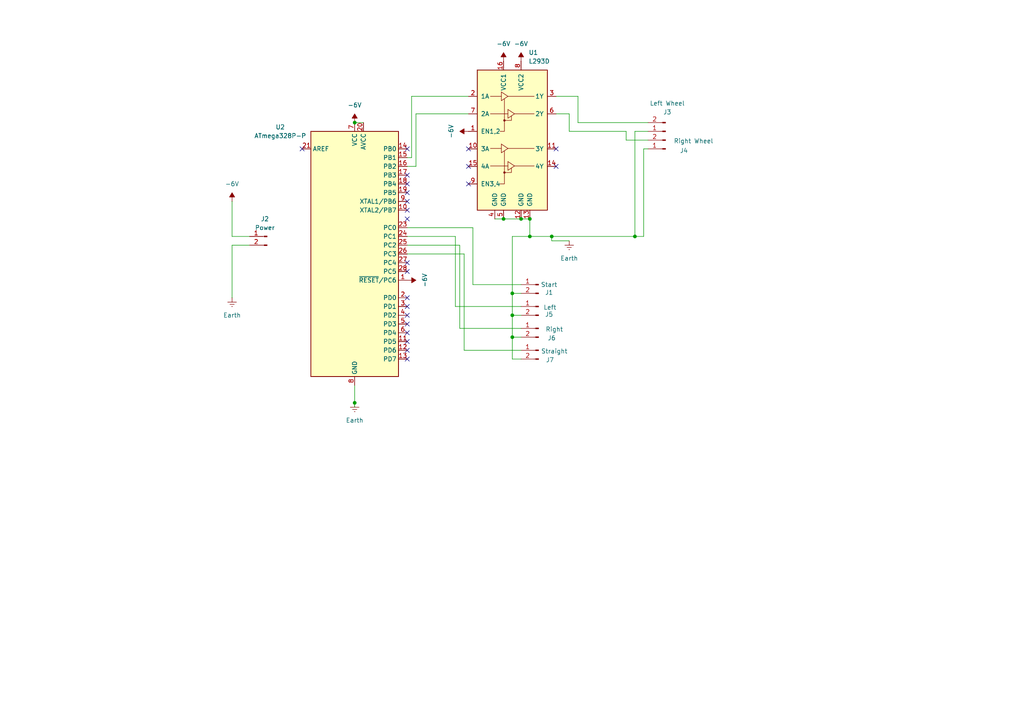
<source format=kicad_sch>
(kicad_sch
	(version 20231120)
	(generator "eeschema")
	(generator_version "8.0")
	(uuid "63151891-7c37-4bf1-bef2-b1c9d32228a4")
	(paper "A4")
	(lib_symbols
		(symbol "Connector:Conn_01x02_Pin"
			(pin_names
				(offset 1.016) hide)
			(exclude_from_sim no)
			(in_bom yes)
			(on_board yes)
			(property "Reference" "J"
				(at 0 2.54 0)
				(effects
					(font
						(size 1.27 1.27)
					)
				)
			)
			(property "Value" "Conn_01x02_Pin"
				(at 0 -5.08 0)
				(effects
					(font
						(size 1.27 1.27)
					)
				)
			)
			(property "Footprint" ""
				(at 0 0 0)
				(effects
					(font
						(size 1.27 1.27)
					)
					(hide yes)
				)
			)
			(property "Datasheet" "~"
				(at 0 0 0)
				(effects
					(font
						(size 1.27 1.27)
					)
					(hide yes)
				)
			)
			(property "Description" "Generic connector, single row, 01x02, script generated"
				(at 0 0 0)
				(effects
					(font
						(size 1.27 1.27)
					)
					(hide yes)
				)
			)
			(property "ki_locked" ""
				(at 0 0 0)
				(effects
					(font
						(size 1.27 1.27)
					)
				)
			)
			(property "ki_keywords" "connector"
				(at 0 0 0)
				(effects
					(font
						(size 1.27 1.27)
					)
					(hide yes)
				)
			)
			(property "ki_fp_filters" "Connector*:*_1x??_*"
				(at 0 0 0)
				(effects
					(font
						(size 1.27 1.27)
					)
					(hide yes)
				)
			)
			(symbol "Conn_01x02_Pin_1_1"
				(polyline
					(pts
						(xy 1.27 -2.54) (xy 0.8636 -2.54)
					)
					(stroke
						(width 0.1524)
						(type default)
					)
					(fill
						(type none)
					)
				)
				(polyline
					(pts
						(xy 1.27 0) (xy 0.8636 0)
					)
					(stroke
						(width 0.1524)
						(type default)
					)
					(fill
						(type none)
					)
				)
				(rectangle
					(start 0.8636 -2.413)
					(end 0 -2.667)
					(stroke
						(width 0.1524)
						(type default)
					)
					(fill
						(type outline)
					)
				)
				(rectangle
					(start 0.8636 0.127)
					(end 0 -0.127)
					(stroke
						(width 0.1524)
						(type default)
					)
					(fill
						(type outline)
					)
				)
				(pin passive line
					(at 5.08 0 180)
					(length 3.81)
					(name "Pin_1"
						(effects
							(font
								(size 1.27 1.27)
							)
						)
					)
					(number "1"
						(effects
							(font
								(size 1.27 1.27)
							)
						)
					)
				)
				(pin passive line
					(at 5.08 -2.54 180)
					(length 3.81)
					(name "Pin_2"
						(effects
							(font
								(size 1.27 1.27)
							)
						)
					)
					(number "2"
						(effects
							(font
								(size 1.27 1.27)
							)
						)
					)
				)
			)
		)
		(symbol "Driver_Motor:L293D"
			(pin_names
				(offset 1.016)
			)
			(exclude_from_sim no)
			(in_bom yes)
			(on_board yes)
			(property "Reference" "U"
				(at -5.08 26.035 0)
				(effects
					(font
						(size 1.27 1.27)
					)
					(justify right)
				)
			)
			(property "Value" "L293D"
				(at -5.08 24.13 0)
				(effects
					(font
						(size 1.27 1.27)
					)
					(justify right)
				)
			)
			(property "Footprint" "Package_DIP:DIP-16_W7.62mm"
				(at 6.35 -19.05 0)
				(effects
					(font
						(size 1.27 1.27)
					)
					(justify left)
					(hide yes)
				)
			)
			(property "Datasheet" "http://www.ti.com/lit/ds/symlink/l293.pdf"
				(at -7.62 17.78 0)
				(effects
					(font
						(size 1.27 1.27)
					)
					(hide yes)
				)
			)
			(property "Description" "Quadruple Half-H Drivers"
				(at 0 0 0)
				(effects
					(font
						(size 1.27 1.27)
					)
					(hide yes)
				)
			)
			(property "ki_keywords" "Half-H Driver Motor"
				(at 0 0 0)
				(effects
					(font
						(size 1.27 1.27)
					)
					(hide yes)
				)
			)
			(property "ki_fp_filters" "DIP*W7.62mm*"
				(at 0 0 0)
				(effects
					(font
						(size 1.27 1.27)
					)
					(hide yes)
				)
			)
			(symbol "L293D_0_1"
				(rectangle
					(start -10.16 22.86)
					(end 10.16 -17.78)
					(stroke
						(width 0.254)
						(type default)
					)
					(fill
						(type background)
					)
				)
				(circle
					(center -2.286 -6.858)
					(radius 0.254)
					(stroke
						(width 0)
						(type default)
					)
					(fill
						(type outline)
					)
				)
				(circle
					(center -2.286 8.255)
					(radius 0.254)
					(stroke
						(width 0)
						(type default)
					)
					(fill
						(type outline)
					)
				)
				(polyline
					(pts
						(xy -6.35 -4.953) (xy -1.27 -4.953)
					)
					(stroke
						(width 0)
						(type default)
					)
					(fill
						(type none)
					)
				)
				(polyline
					(pts
						(xy -6.35 0.127) (xy -3.175 0.127)
					)
					(stroke
						(width 0)
						(type default)
					)
					(fill
						(type none)
					)
				)
				(polyline
					(pts
						(xy -6.35 10.16) (xy -1.27 10.16)
					)
					(stroke
						(width 0)
						(type default)
					)
					(fill
						(type none)
					)
				)
				(polyline
					(pts
						(xy -6.35 15.24) (xy -3.175 15.24)
					)
					(stroke
						(width 0)
						(type default)
					)
					(fill
						(type none)
					)
				)
				(polyline
					(pts
						(xy -1.27 0.127) (xy 6.35 0.127)
					)
					(stroke
						(width 0)
						(type default)
					)
					(fill
						(type none)
					)
				)
				(polyline
					(pts
						(xy -1.27 15.24) (xy 6.35 15.24)
					)
					(stroke
						(width 0)
						(type default)
					)
					(fill
						(type none)
					)
				)
				(polyline
					(pts
						(xy 0.635 -4.953) (xy 6.35 -4.953)
					)
					(stroke
						(width 0)
						(type default)
					)
					(fill
						(type none)
					)
				)
				(polyline
					(pts
						(xy 0.635 10.16) (xy 6.35 10.16)
					)
					(stroke
						(width 0)
						(type default)
					)
					(fill
						(type none)
					)
				)
				(polyline
					(pts
						(xy -2.286 -6.858) (xy -0.254 -6.858) (xy -0.254 -5.588)
					)
					(stroke
						(width 0)
						(type default)
					)
					(fill
						(type none)
					)
				)
				(polyline
					(pts
						(xy -2.286 -0.635) (xy -2.286 -10.16) (xy -3.556 -10.16)
					)
					(stroke
						(width 0)
						(type default)
					)
					(fill
						(type none)
					)
				)
				(polyline
					(pts
						(xy -2.286 8.255) (xy -0.254 8.255) (xy -0.254 9.525)
					)
					(stroke
						(width 0)
						(type default)
					)
					(fill
						(type none)
					)
				)
				(polyline
					(pts
						(xy -2.286 14.478) (xy -2.286 5.08) (xy -3.556 5.08)
					)
					(stroke
						(width 0)
						(type default)
					)
					(fill
						(type none)
					)
				)
				(polyline
					(pts
						(xy -3.175 1.397) (xy -3.175 -1.143) (xy -1.27 0.127) (xy -3.175 1.397)
					)
					(stroke
						(width 0)
						(type default)
					)
					(fill
						(type none)
					)
				)
				(polyline
					(pts
						(xy -3.175 16.51) (xy -3.175 13.97) (xy -1.27 15.24) (xy -3.175 16.51)
					)
					(stroke
						(width 0)
						(type default)
					)
					(fill
						(type none)
					)
				)
				(polyline
					(pts
						(xy -1.27 -3.683) (xy -1.27 -6.223) (xy 0.635 -4.953) (xy -1.27 -3.683)
					)
					(stroke
						(width 0)
						(type default)
					)
					(fill
						(type none)
					)
				)
				(polyline
					(pts
						(xy -1.27 11.43) (xy -1.27 8.89) (xy 0.635 10.16) (xy -1.27 11.43)
					)
					(stroke
						(width 0)
						(type default)
					)
					(fill
						(type none)
					)
				)
			)
			(symbol "L293D_1_1"
				(pin input line
					(at -12.7 5.08 0)
					(length 2.54)
					(name "EN1,2"
						(effects
							(font
								(size 1.27 1.27)
							)
						)
					)
					(number "1"
						(effects
							(font
								(size 1.27 1.27)
							)
						)
					)
				)
				(pin input line
					(at -12.7 0 0)
					(length 2.54)
					(name "3A"
						(effects
							(font
								(size 1.27 1.27)
							)
						)
					)
					(number "10"
						(effects
							(font
								(size 1.27 1.27)
							)
						)
					)
				)
				(pin output line
					(at 12.7 0 180)
					(length 2.54)
					(name "3Y"
						(effects
							(font
								(size 1.27 1.27)
							)
						)
					)
					(number "11"
						(effects
							(font
								(size 1.27 1.27)
							)
						)
					)
				)
				(pin power_in line
					(at 2.54 -20.32 90)
					(length 2.54)
					(name "GND"
						(effects
							(font
								(size 1.27 1.27)
							)
						)
					)
					(number "12"
						(effects
							(font
								(size 1.27 1.27)
							)
						)
					)
				)
				(pin power_in line
					(at 5.08 -20.32 90)
					(length 2.54)
					(name "GND"
						(effects
							(font
								(size 1.27 1.27)
							)
						)
					)
					(number "13"
						(effects
							(font
								(size 1.27 1.27)
							)
						)
					)
				)
				(pin output line
					(at 12.7 -5.08 180)
					(length 2.54)
					(name "4Y"
						(effects
							(font
								(size 1.27 1.27)
							)
						)
					)
					(number "14"
						(effects
							(font
								(size 1.27 1.27)
							)
						)
					)
				)
				(pin input line
					(at -12.7 -5.08 0)
					(length 2.54)
					(name "4A"
						(effects
							(font
								(size 1.27 1.27)
							)
						)
					)
					(number "15"
						(effects
							(font
								(size 1.27 1.27)
							)
						)
					)
				)
				(pin power_in line
					(at -2.54 25.4 270)
					(length 2.54)
					(name "VCC1"
						(effects
							(font
								(size 1.27 1.27)
							)
						)
					)
					(number "16"
						(effects
							(font
								(size 1.27 1.27)
							)
						)
					)
				)
				(pin input line
					(at -12.7 15.24 0)
					(length 2.54)
					(name "1A"
						(effects
							(font
								(size 1.27 1.27)
							)
						)
					)
					(number "2"
						(effects
							(font
								(size 1.27 1.27)
							)
						)
					)
				)
				(pin output line
					(at 12.7 15.24 180)
					(length 2.54)
					(name "1Y"
						(effects
							(font
								(size 1.27 1.27)
							)
						)
					)
					(number "3"
						(effects
							(font
								(size 1.27 1.27)
							)
						)
					)
				)
				(pin power_in line
					(at -5.08 -20.32 90)
					(length 2.54)
					(name "GND"
						(effects
							(font
								(size 1.27 1.27)
							)
						)
					)
					(number "4"
						(effects
							(font
								(size 1.27 1.27)
							)
						)
					)
				)
				(pin power_in line
					(at -2.54 -20.32 90)
					(length 2.54)
					(name "GND"
						(effects
							(font
								(size 1.27 1.27)
							)
						)
					)
					(number "5"
						(effects
							(font
								(size 1.27 1.27)
							)
						)
					)
				)
				(pin output line
					(at 12.7 10.16 180)
					(length 2.54)
					(name "2Y"
						(effects
							(font
								(size 1.27 1.27)
							)
						)
					)
					(number "6"
						(effects
							(font
								(size 1.27 1.27)
							)
						)
					)
				)
				(pin input line
					(at -12.7 10.16 0)
					(length 2.54)
					(name "2A"
						(effects
							(font
								(size 1.27 1.27)
							)
						)
					)
					(number "7"
						(effects
							(font
								(size 1.27 1.27)
							)
						)
					)
				)
				(pin power_in line
					(at 2.54 25.4 270)
					(length 2.54)
					(name "VCC2"
						(effects
							(font
								(size 1.27 1.27)
							)
						)
					)
					(number "8"
						(effects
							(font
								(size 1.27 1.27)
							)
						)
					)
				)
				(pin input line
					(at -12.7 -10.16 0)
					(length 2.54)
					(name "EN3,4"
						(effects
							(font
								(size 1.27 1.27)
							)
						)
					)
					(number "9"
						(effects
							(font
								(size 1.27 1.27)
							)
						)
					)
				)
			)
		)
		(symbol "MCU_Microchip_ATmega:ATmega328P-P"
			(exclude_from_sim no)
			(in_bom yes)
			(on_board yes)
			(property "Reference" "U"
				(at -12.7 36.83 0)
				(effects
					(font
						(size 1.27 1.27)
					)
					(justify left bottom)
				)
			)
			(property "Value" "ATmega328P-P"
				(at 2.54 -36.83 0)
				(effects
					(font
						(size 1.27 1.27)
					)
					(justify left top)
				)
			)
			(property "Footprint" "Package_DIP:DIP-28_W7.62mm"
				(at 0 0 0)
				(effects
					(font
						(size 1.27 1.27)
						(italic yes)
					)
					(hide yes)
				)
			)
			(property "Datasheet" "http://ww1.microchip.com/downloads/en/DeviceDoc/ATmega328_P%20AVR%20MCU%20with%20picoPower%20Technology%20Data%20Sheet%2040001984A.pdf"
				(at 0 0 0)
				(effects
					(font
						(size 1.27 1.27)
					)
					(hide yes)
				)
			)
			(property "Description" "20MHz, 32kB Flash, 2kB SRAM, 1kB EEPROM, DIP-28"
				(at 0 0 0)
				(effects
					(font
						(size 1.27 1.27)
					)
					(hide yes)
				)
			)
			(property "ki_keywords" "AVR 8bit Microcontroller MegaAVR PicoPower"
				(at 0 0 0)
				(effects
					(font
						(size 1.27 1.27)
					)
					(hide yes)
				)
			)
			(property "ki_fp_filters" "DIP*W7.62mm*"
				(at 0 0 0)
				(effects
					(font
						(size 1.27 1.27)
					)
					(hide yes)
				)
			)
			(symbol "ATmega328P-P_0_1"
				(rectangle
					(start -12.7 -35.56)
					(end 12.7 35.56)
					(stroke
						(width 0.254)
						(type default)
					)
					(fill
						(type background)
					)
				)
			)
			(symbol "ATmega328P-P_1_1"
				(pin bidirectional line
					(at 15.24 -7.62 180)
					(length 2.54)
					(name "~{RESET}/PC6"
						(effects
							(font
								(size 1.27 1.27)
							)
						)
					)
					(number "1"
						(effects
							(font
								(size 1.27 1.27)
							)
						)
					)
				)
				(pin bidirectional line
					(at 15.24 12.7 180)
					(length 2.54)
					(name "XTAL2/PB7"
						(effects
							(font
								(size 1.27 1.27)
							)
						)
					)
					(number "10"
						(effects
							(font
								(size 1.27 1.27)
							)
						)
					)
				)
				(pin bidirectional line
					(at 15.24 -25.4 180)
					(length 2.54)
					(name "PD5"
						(effects
							(font
								(size 1.27 1.27)
							)
						)
					)
					(number "11"
						(effects
							(font
								(size 1.27 1.27)
							)
						)
					)
				)
				(pin bidirectional line
					(at 15.24 -27.94 180)
					(length 2.54)
					(name "PD6"
						(effects
							(font
								(size 1.27 1.27)
							)
						)
					)
					(number "12"
						(effects
							(font
								(size 1.27 1.27)
							)
						)
					)
				)
				(pin bidirectional line
					(at 15.24 -30.48 180)
					(length 2.54)
					(name "PD7"
						(effects
							(font
								(size 1.27 1.27)
							)
						)
					)
					(number "13"
						(effects
							(font
								(size 1.27 1.27)
							)
						)
					)
				)
				(pin bidirectional line
					(at 15.24 30.48 180)
					(length 2.54)
					(name "PB0"
						(effects
							(font
								(size 1.27 1.27)
							)
						)
					)
					(number "14"
						(effects
							(font
								(size 1.27 1.27)
							)
						)
					)
				)
				(pin bidirectional line
					(at 15.24 27.94 180)
					(length 2.54)
					(name "PB1"
						(effects
							(font
								(size 1.27 1.27)
							)
						)
					)
					(number "15"
						(effects
							(font
								(size 1.27 1.27)
							)
						)
					)
				)
				(pin bidirectional line
					(at 15.24 25.4 180)
					(length 2.54)
					(name "PB2"
						(effects
							(font
								(size 1.27 1.27)
							)
						)
					)
					(number "16"
						(effects
							(font
								(size 1.27 1.27)
							)
						)
					)
				)
				(pin bidirectional line
					(at 15.24 22.86 180)
					(length 2.54)
					(name "PB3"
						(effects
							(font
								(size 1.27 1.27)
							)
						)
					)
					(number "17"
						(effects
							(font
								(size 1.27 1.27)
							)
						)
					)
				)
				(pin bidirectional line
					(at 15.24 20.32 180)
					(length 2.54)
					(name "PB4"
						(effects
							(font
								(size 1.27 1.27)
							)
						)
					)
					(number "18"
						(effects
							(font
								(size 1.27 1.27)
							)
						)
					)
				)
				(pin bidirectional line
					(at 15.24 17.78 180)
					(length 2.54)
					(name "PB5"
						(effects
							(font
								(size 1.27 1.27)
							)
						)
					)
					(number "19"
						(effects
							(font
								(size 1.27 1.27)
							)
						)
					)
				)
				(pin bidirectional line
					(at 15.24 -12.7 180)
					(length 2.54)
					(name "PD0"
						(effects
							(font
								(size 1.27 1.27)
							)
						)
					)
					(number "2"
						(effects
							(font
								(size 1.27 1.27)
							)
						)
					)
				)
				(pin power_in line
					(at 2.54 38.1 270)
					(length 2.54)
					(name "AVCC"
						(effects
							(font
								(size 1.27 1.27)
							)
						)
					)
					(number "20"
						(effects
							(font
								(size 1.27 1.27)
							)
						)
					)
				)
				(pin passive line
					(at -15.24 30.48 0)
					(length 2.54)
					(name "AREF"
						(effects
							(font
								(size 1.27 1.27)
							)
						)
					)
					(number "21"
						(effects
							(font
								(size 1.27 1.27)
							)
						)
					)
				)
				(pin passive line
					(at 0 -38.1 90)
					(length 2.54) hide
					(name "GND"
						(effects
							(font
								(size 1.27 1.27)
							)
						)
					)
					(number "22"
						(effects
							(font
								(size 1.27 1.27)
							)
						)
					)
				)
				(pin bidirectional line
					(at 15.24 7.62 180)
					(length 2.54)
					(name "PC0"
						(effects
							(font
								(size 1.27 1.27)
							)
						)
					)
					(number "23"
						(effects
							(font
								(size 1.27 1.27)
							)
						)
					)
				)
				(pin bidirectional line
					(at 15.24 5.08 180)
					(length 2.54)
					(name "PC1"
						(effects
							(font
								(size 1.27 1.27)
							)
						)
					)
					(number "24"
						(effects
							(font
								(size 1.27 1.27)
							)
						)
					)
				)
				(pin bidirectional line
					(at 15.24 2.54 180)
					(length 2.54)
					(name "PC2"
						(effects
							(font
								(size 1.27 1.27)
							)
						)
					)
					(number "25"
						(effects
							(font
								(size 1.27 1.27)
							)
						)
					)
				)
				(pin bidirectional line
					(at 15.24 0 180)
					(length 2.54)
					(name "PC3"
						(effects
							(font
								(size 1.27 1.27)
							)
						)
					)
					(number "26"
						(effects
							(font
								(size 1.27 1.27)
							)
						)
					)
				)
				(pin bidirectional line
					(at 15.24 -2.54 180)
					(length 2.54)
					(name "PC4"
						(effects
							(font
								(size 1.27 1.27)
							)
						)
					)
					(number "27"
						(effects
							(font
								(size 1.27 1.27)
							)
						)
					)
				)
				(pin bidirectional line
					(at 15.24 -5.08 180)
					(length 2.54)
					(name "PC5"
						(effects
							(font
								(size 1.27 1.27)
							)
						)
					)
					(number "28"
						(effects
							(font
								(size 1.27 1.27)
							)
						)
					)
				)
				(pin bidirectional line
					(at 15.24 -15.24 180)
					(length 2.54)
					(name "PD1"
						(effects
							(font
								(size 1.27 1.27)
							)
						)
					)
					(number "3"
						(effects
							(font
								(size 1.27 1.27)
							)
						)
					)
				)
				(pin bidirectional line
					(at 15.24 -17.78 180)
					(length 2.54)
					(name "PD2"
						(effects
							(font
								(size 1.27 1.27)
							)
						)
					)
					(number "4"
						(effects
							(font
								(size 1.27 1.27)
							)
						)
					)
				)
				(pin bidirectional line
					(at 15.24 -20.32 180)
					(length 2.54)
					(name "PD3"
						(effects
							(font
								(size 1.27 1.27)
							)
						)
					)
					(number "5"
						(effects
							(font
								(size 1.27 1.27)
							)
						)
					)
				)
				(pin bidirectional line
					(at 15.24 -22.86 180)
					(length 2.54)
					(name "PD4"
						(effects
							(font
								(size 1.27 1.27)
							)
						)
					)
					(number "6"
						(effects
							(font
								(size 1.27 1.27)
							)
						)
					)
				)
				(pin power_in line
					(at 0 38.1 270)
					(length 2.54)
					(name "VCC"
						(effects
							(font
								(size 1.27 1.27)
							)
						)
					)
					(number "7"
						(effects
							(font
								(size 1.27 1.27)
							)
						)
					)
				)
				(pin power_in line
					(at 0 -38.1 90)
					(length 2.54)
					(name "GND"
						(effects
							(font
								(size 1.27 1.27)
							)
						)
					)
					(number "8"
						(effects
							(font
								(size 1.27 1.27)
							)
						)
					)
				)
				(pin bidirectional line
					(at 15.24 15.24 180)
					(length 2.54)
					(name "XTAL1/PB6"
						(effects
							(font
								(size 1.27 1.27)
							)
						)
					)
					(number "9"
						(effects
							(font
								(size 1.27 1.27)
							)
						)
					)
				)
			)
		)
		(symbol "power:-6V"
			(power)
			(pin_numbers hide)
			(pin_names
				(offset 0) hide)
			(exclude_from_sim no)
			(in_bom yes)
			(on_board yes)
			(property "Reference" "#PWR"
				(at 0 -3.81 0)
				(effects
					(font
						(size 1.27 1.27)
					)
					(hide yes)
				)
			)
			(property "Value" "-6V"
				(at 0 3.556 0)
				(effects
					(font
						(size 1.27 1.27)
					)
				)
			)
			(property "Footprint" ""
				(at 0 0 0)
				(effects
					(font
						(size 1.27 1.27)
					)
					(hide yes)
				)
			)
			(property "Datasheet" ""
				(at 0 0 0)
				(effects
					(font
						(size 1.27 1.27)
					)
					(hide yes)
				)
			)
			(property "Description" "Power symbol creates a global label with name \"-6V\""
				(at 0 0 0)
				(effects
					(font
						(size 1.27 1.27)
					)
					(hide yes)
				)
			)
			(property "ki_keywords" "global power"
				(at 0 0 0)
				(effects
					(font
						(size 1.27 1.27)
					)
					(hide yes)
				)
			)
			(symbol "-6V_0_0"
				(pin power_in line
					(at 0 0 90)
					(length 0)
					(name "~"
						(effects
							(font
								(size 1.27 1.27)
							)
						)
					)
					(number "1"
						(effects
							(font
								(size 1.27 1.27)
							)
						)
					)
				)
			)
			(symbol "-6V_0_1"
				(polyline
					(pts
						(xy 0 0) (xy 0 1.27) (xy 0.762 1.27) (xy 0 2.54) (xy -0.762 1.27) (xy 0 1.27)
					)
					(stroke
						(width 0)
						(type default)
					)
					(fill
						(type outline)
					)
				)
			)
		)
		(symbol "power:Earth"
			(power)
			(pin_numbers hide)
			(pin_names
				(offset 0) hide)
			(exclude_from_sim no)
			(in_bom yes)
			(on_board yes)
			(property "Reference" "#PWR"
				(at 0 -6.35 0)
				(effects
					(font
						(size 1.27 1.27)
					)
					(hide yes)
				)
			)
			(property "Value" "Earth"
				(at 0 -3.81 0)
				(effects
					(font
						(size 1.27 1.27)
					)
				)
			)
			(property "Footprint" ""
				(at 0 0 0)
				(effects
					(font
						(size 1.27 1.27)
					)
					(hide yes)
				)
			)
			(property "Datasheet" "~"
				(at 0 0 0)
				(effects
					(font
						(size 1.27 1.27)
					)
					(hide yes)
				)
			)
			(property "Description" "Power symbol creates a global label with name \"Earth\""
				(at 0 0 0)
				(effects
					(font
						(size 1.27 1.27)
					)
					(hide yes)
				)
			)
			(property "ki_keywords" "global ground gnd"
				(at 0 0 0)
				(effects
					(font
						(size 1.27 1.27)
					)
					(hide yes)
				)
			)
			(symbol "Earth_0_1"
				(polyline
					(pts
						(xy -0.635 -1.905) (xy 0.635 -1.905)
					)
					(stroke
						(width 0)
						(type default)
					)
					(fill
						(type none)
					)
				)
				(polyline
					(pts
						(xy -0.127 -2.54) (xy 0.127 -2.54)
					)
					(stroke
						(width 0)
						(type default)
					)
					(fill
						(type none)
					)
				)
				(polyline
					(pts
						(xy 0 -1.27) (xy 0 0)
					)
					(stroke
						(width 0)
						(type default)
					)
					(fill
						(type none)
					)
				)
				(polyline
					(pts
						(xy 1.27 -1.27) (xy -1.27 -1.27)
					)
					(stroke
						(width 0)
						(type default)
					)
					(fill
						(type none)
					)
				)
			)
			(symbol "Earth_1_1"
				(pin power_in line
					(at 0 0 270)
					(length 0)
					(name "~"
						(effects
							(font
								(size 1.27 1.27)
							)
						)
					)
					(number "1"
						(effects
							(font
								(size 1.27 1.27)
							)
						)
					)
				)
			)
		)
	)
	(junction
		(at 148.59 97.79)
		(diameter 0)
		(color 0 0 0 0)
		(uuid "161e635d-8195-4c92-bf01-933fd10e70f0")
	)
	(junction
		(at 148.59 91.44)
		(diameter 0)
		(color 0 0 0 0)
		(uuid "247c8912-89b6-432d-aa7a-6197e58aa9b7")
	)
	(junction
		(at 184.15 68.58)
		(diameter 0)
		(color 0 0 0 0)
		(uuid "28e5a25a-c222-4a89-8f84-b3fed430206a")
	)
	(junction
		(at 153.67 63.5)
		(diameter 0)
		(color 0 0 0 0)
		(uuid "3ac4302f-7bf2-40ce-a07a-f780ec351d7d")
	)
	(junction
		(at 160.02 68.58)
		(diameter 0)
		(color 0 0 0 0)
		(uuid "49ed95a8-ac99-446d-92a2-ff27a6756de0")
	)
	(junction
		(at 148.59 85.09)
		(diameter 0)
		(color 0 0 0 0)
		(uuid "702f10ce-b0d0-4247-baf2-bae7d51e7da6")
	)
	(junction
		(at 102.87 35.56)
		(diameter 0)
		(color 0 0 0 0)
		(uuid "8aa84598-b358-4210-9bc0-58fd955a68d0")
	)
	(junction
		(at 146.05 63.5)
		(diameter 0)
		(color 0 0 0 0)
		(uuid "90cce903-151a-492e-83b8-dedc5033f688")
	)
	(junction
		(at 102.87 116.84)
		(diameter 0)
		(color 0 0 0 0)
		(uuid "abe0242e-d41c-4bf1-83fb-afac14d4845c")
	)
	(junction
		(at 151.13 63.5)
		(diameter 0)
		(color 0 0 0 0)
		(uuid "ae9cd894-6322-4388-aeb8-101abc4d2980")
	)
	(junction
		(at 153.67 68.58)
		(diameter 0)
		(color 0 0 0 0)
		(uuid "d541050b-6eea-4cdc-ad0e-201594038a8e")
	)
	(no_connect
		(at 118.11 96.52)
		(uuid "06e4b4ce-e96e-4a6b-b0bf-e28d35c25355")
	)
	(no_connect
		(at 87.63 43.18)
		(uuid "090c14dc-cea4-4c83-9c5d-457b512a7414")
	)
	(no_connect
		(at 118.11 91.44)
		(uuid "18a093ea-fe5a-4a7c-8960-b0c62ea8b668")
	)
	(no_connect
		(at 135.89 53.34)
		(uuid "23af9030-4bd7-4fbf-a813-f2c1596a6f95")
	)
	(no_connect
		(at 118.11 58.42)
		(uuid "2ce0b687-781c-4fd3-a93c-df1fb7d274ab")
	)
	(no_connect
		(at 161.29 48.26)
		(uuid "39c440ff-6c85-44ee-a6d5-54db4af04f81")
	)
	(no_connect
		(at 118.11 50.8)
		(uuid "4c72581a-026a-49b3-8098-5fed78eb8706")
	)
	(no_connect
		(at 118.11 76.2)
		(uuid "5464a63d-96a7-4554-904a-6109a99bec50")
	)
	(no_connect
		(at 118.11 60.96)
		(uuid "63d85829-2046-48cc-949d-29730c64c2a3")
	)
	(no_connect
		(at 118.11 88.9)
		(uuid "6742b4ca-c9b0-4f97-9d28-5af07085f520")
	)
	(no_connect
		(at 118.11 53.34)
		(uuid "6f137aec-1980-44dc-9727-182e730ea6ad")
	)
	(no_connect
		(at 118.11 93.98)
		(uuid "734a64d3-e61b-413e-940a-1a348ece29b2")
	)
	(no_connect
		(at 135.89 48.26)
		(uuid "7788a5f5-a085-4350-9a17-37260523e644")
	)
	(no_connect
		(at 118.11 63.5)
		(uuid "9593697a-479b-4870-90cb-387fd89d72c2")
	)
	(no_connect
		(at 118.11 99.06)
		(uuid "9d7560b6-4b34-41ff-810b-c66aaed8e4c2")
	)
	(no_connect
		(at 135.89 43.18)
		(uuid "9ea6c91d-2531-4a04-9680-04ceb0c7846f")
	)
	(no_connect
		(at 118.11 78.74)
		(uuid "bdd5852a-6021-4e9a-87d1-62eaa535ef17")
	)
	(no_connect
		(at 118.11 55.88)
		(uuid "d3245250-aa4b-45b4-933c-b4078557c7bc")
	)
	(no_connect
		(at 118.11 43.18)
		(uuid "f0d89be2-c807-4107-9570-57604027eace")
	)
	(no_connect
		(at 118.11 101.6)
		(uuid "f2088005-a2aa-441b-94ae-2e09f13ab648")
	)
	(no_connect
		(at 161.29 43.18)
		(uuid "f47f0c19-9de6-424b-8f25-f89d6e3b89a9")
	)
	(no_connect
		(at 118.11 86.36)
		(uuid "f4ddabad-276a-43f3-8b12-6de15d529728")
	)
	(no_connect
		(at 118.11 104.14)
		(uuid "f820cae3-b72a-42e4-9d56-94a0b5d5131d")
	)
	(wire
		(pts
			(xy 165.1 69.85) (xy 160.02 69.85)
		)
		(stroke
			(width 0)
			(type default)
		)
		(uuid "004af8c5-2aff-4175-88c6-7db66bc70848")
	)
	(wire
		(pts
			(xy 132.08 88.9) (xy 151.13 88.9)
		)
		(stroke
			(width 0)
			(type default)
		)
		(uuid "00bee0d1-6a01-43dc-bfa4-e96a17ce6ad6")
	)
	(wire
		(pts
			(xy 120.65 33.02) (xy 135.89 33.02)
		)
		(stroke
			(width 0)
			(type default)
		)
		(uuid "0b593d76-a747-4f96-bbc5-4d650feb7777")
	)
	(wire
		(pts
			(xy 153.67 68.58) (xy 160.02 68.58)
		)
		(stroke
			(width 0)
			(type default)
		)
		(uuid "17f92a49-e4f7-4752-b4a7-5867a1fd448a")
	)
	(wire
		(pts
			(xy 165.1 38.1) (xy 181.61 38.1)
		)
		(stroke
			(width 0)
			(type default)
		)
		(uuid "1c5b9d60-6a72-43ef-afc5-56028f55f652")
	)
	(wire
		(pts
			(xy 120.65 33.02) (xy 120.65 48.26)
		)
		(stroke
			(width 0)
			(type default)
		)
		(uuid "28cbf9e6-2ee7-45e4-86a9-721bcc01817d")
	)
	(wire
		(pts
			(xy 151.13 104.14) (xy 148.59 104.14)
		)
		(stroke
			(width 0)
			(type default)
		)
		(uuid "2d6b433a-309b-467e-a6f9-81b5eab92705")
	)
	(wire
		(pts
			(xy 118.11 68.58) (xy 132.08 68.58)
		)
		(stroke
			(width 0)
			(type default)
		)
		(uuid "3474bcbb-08c3-47bc-b7d5-1c578af28a23")
	)
	(wire
		(pts
			(xy 161.29 27.94) (xy 167.64 27.94)
		)
		(stroke
			(width 0)
			(type default)
		)
		(uuid "37a3ceb2-ab97-4daa-869e-89a87ecff9ab")
	)
	(wire
		(pts
			(xy 186.69 68.58) (xy 184.15 68.58)
		)
		(stroke
			(width 0)
			(type default)
		)
		(uuid "38ecac95-c341-41ab-8c1d-7ff4bb7d4ea0")
	)
	(wire
		(pts
			(xy 133.35 95.25) (xy 151.13 95.25)
		)
		(stroke
			(width 0)
			(type default)
		)
		(uuid "3cee11d7-4c3a-49ab-8612-3c172eaed696")
	)
	(wire
		(pts
			(xy 181.61 40.64) (xy 187.96 40.64)
		)
		(stroke
			(width 0)
			(type default)
		)
		(uuid "4013f81a-386a-4e08-8e5a-0d96d71a7081")
	)
	(wire
		(pts
			(xy 148.59 85.09) (xy 148.59 68.58)
		)
		(stroke
			(width 0)
			(type default)
		)
		(uuid "4e86593a-3f1c-4cfe-b3d2-473f8f406295")
	)
	(wire
		(pts
			(xy 148.59 104.14) (xy 148.59 97.79)
		)
		(stroke
			(width 0)
			(type default)
		)
		(uuid "53e3d20d-82d9-47d4-86e2-49a288a3ef39")
	)
	(wire
		(pts
			(xy 184.15 68.58) (xy 160.02 68.58)
		)
		(stroke
			(width 0)
			(type default)
		)
		(uuid "547e29c1-87e2-4455-8097-1001c86e5f77")
	)
	(wire
		(pts
			(xy 119.38 27.94) (xy 119.38 45.72)
		)
		(stroke
			(width 0)
			(type default)
		)
		(uuid "59b4346c-3c03-4a12-be15-ffe38002febe")
	)
	(wire
		(pts
			(xy 153.67 63.5) (xy 153.67 68.58)
		)
		(stroke
			(width 0)
			(type default)
		)
		(uuid "5e32d8d7-0a4b-4b6b-bdb5-ad7bf6c4aea2")
	)
	(wire
		(pts
			(xy 148.59 97.79) (xy 148.59 91.44)
		)
		(stroke
			(width 0)
			(type default)
		)
		(uuid "61880d7c-9d9e-455c-8ea8-966fe2d40b5b")
	)
	(wire
		(pts
			(xy 160.02 68.58) (xy 160.02 69.85)
		)
		(stroke
			(width 0)
			(type default)
		)
		(uuid "62ec2ff9-4399-4b73-9f6e-d9b2031aa058")
	)
	(wire
		(pts
			(xy 102.87 111.76) (xy 102.87 116.84)
		)
		(stroke
			(width 0)
			(type default)
		)
		(uuid "6373186d-5667-4072-aa6b-c3639c22695e")
	)
	(wire
		(pts
			(xy 67.31 58.42) (xy 67.31 68.58)
		)
		(stroke
			(width 0)
			(type default)
		)
		(uuid "6ce0ba17-221b-46f2-b0e0-acc3d4e7f86a")
	)
	(wire
		(pts
			(xy 167.64 35.56) (xy 187.96 35.56)
		)
		(stroke
			(width 0)
			(type default)
		)
		(uuid "72c99ef3-7109-4278-be5a-00d8e3af43b9")
	)
	(wire
		(pts
			(xy 72.39 71.12) (xy 67.31 71.12)
		)
		(stroke
			(width 0)
			(type default)
		)
		(uuid "74030297-a759-48e4-b694-3d41afdaf1af")
	)
	(wire
		(pts
			(xy 118.11 73.66) (xy 134.62 73.66)
		)
		(stroke
			(width 0)
			(type default)
		)
		(uuid "7d8a5184-286d-43ca-ba17-aab7f7c02357")
	)
	(wire
		(pts
			(xy 118.11 48.26) (xy 120.65 48.26)
		)
		(stroke
			(width 0)
			(type default)
		)
		(uuid "8860539c-c66b-421e-bf21-c15bcf98fc11")
	)
	(wire
		(pts
			(xy 146.05 63.5) (xy 151.13 63.5)
		)
		(stroke
			(width 0)
			(type default)
		)
		(uuid "89ca9fa7-ded0-45fc-9102-bdd907f9d651")
	)
	(wire
		(pts
			(xy 102.87 35.56) (xy 105.41 35.56)
		)
		(stroke
			(width 0)
			(type default)
		)
		(uuid "8b8abd48-dc7a-4965-962d-d78230b09cdc")
	)
	(wire
		(pts
			(xy 137.16 82.55) (xy 137.16 66.04)
		)
		(stroke
			(width 0)
			(type default)
		)
		(uuid "90c16318-9901-43cc-9e62-c5752b450c20")
	)
	(wire
		(pts
			(xy 72.39 68.58) (xy 67.31 68.58)
		)
		(stroke
			(width 0)
			(type default)
		)
		(uuid "90c89e48-81c1-4273-8baf-c34d4b99b2e9")
	)
	(wire
		(pts
			(xy 133.35 71.12) (xy 133.35 95.25)
		)
		(stroke
			(width 0)
			(type default)
		)
		(uuid "92dee23c-35fd-41ba-95fe-e7264fd4ec8c")
	)
	(wire
		(pts
			(xy 148.59 85.09) (xy 151.13 85.09)
		)
		(stroke
			(width 0)
			(type default)
		)
		(uuid "9bae3736-97bb-4680-9efe-8b9d1f493007")
	)
	(wire
		(pts
			(xy 151.13 82.55) (xy 137.16 82.55)
		)
		(stroke
			(width 0)
			(type default)
		)
		(uuid "a219e74e-f737-4df7-9ea6-713947941445")
	)
	(wire
		(pts
			(xy 118.11 71.12) (xy 133.35 71.12)
		)
		(stroke
			(width 0)
			(type default)
		)
		(uuid "a543f3b5-33f1-489c-b961-457afb07ddf0")
	)
	(wire
		(pts
			(xy 67.31 71.12) (xy 67.31 86.36)
		)
		(stroke
			(width 0)
			(type default)
		)
		(uuid "af43bb5d-0f3c-4706-a9e0-dcbec5c2702f")
	)
	(wire
		(pts
			(xy 148.59 91.44) (xy 148.59 85.09)
		)
		(stroke
			(width 0)
			(type default)
		)
		(uuid "b32eafdd-95d6-439c-b3e0-2c034859332a")
	)
	(wire
		(pts
			(xy 148.59 97.79) (xy 151.13 97.79)
		)
		(stroke
			(width 0)
			(type default)
		)
		(uuid "b42012f6-d286-445a-b288-8253962ee4d3")
	)
	(wire
		(pts
			(xy 186.69 43.18) (xy 186.69 68.58)
		)
		(stroke
			(width 0)
			(type default)
		)
		(uuid "b487e124-07ff-446f-addd-3750dc3c3be0")
	)
	(wire
		(pts
			(xy 181.61 38.1) (xy 181.61 40.64)
		)
		(stroke
			(width 0)
			(type default)
		)
		(uuid "b7b48454-9983-4a89-ad11-44e833300b52")
	)
	(wire
		(pts
			(xy 151.13 63.5) (xy 153.67 63.5)
		)
		(stroke
			(width 0)
			(type default)
		)
		(uuid "bb11d982-2d03-4737-a11d-11802d33e70e")
	)
	(wire
		(pts
			(xy 102.87 116.84) (xy 102.87 118.11)
		)
		(stroke
			(width 0)
			(type default)
		)
		(uuid "bcd0a0be-4c08-4b8d-b839-bb1a817dcd5a")
	)
	(wire
		(pts
			(xy 118.11 66.04) (xy 137.16 66.04)
		)
		(stroke
			(width 0)
			(type default)
		)
		(uuid "bf561515-1164-4f8e-95f1-344c7d128935")
	)
	(wire
		(pts
			(xy 187.96 38.1) (xy 184.15 38.1)
		)
		(stroke
			(width 0)
			(type default)
		)
		(uuid "c0a897c1-9136-4e16-9de4-1fb3bd67190a")
	)
	(wire
		(pts
			(xy 167.64 27.94) (xy 167.64 35.56)
		)
		(stroke
			(width 0)
			(type default)
		)
		(uuid "c11612e5-75ca-486d-8296-1440f414baa2")
	)
	(wire
		(pts
			(xy 148.59 68.58) (xy 153.67 68.58)
		)
		(stroke
			(width 0)
			(type default)
		)
		(uuid "c781176a-71d3-4cc5-9ed2-f6c728b87d2d")
	)
	(wire
		(pts
			(xy 187.96 43.18) (xy 186.69 43.18)
		)
		(stroke
			(width 0)
			(type default)
		)
		(uuid "c80f5452-495b-4a47-9422-6d9b76d89c3a")
	)
	(wire
		(pts
			(xy 134.62 101.6) (xy 151.13 101.6)
		)
		(stroke
			(width 0)
			(type default)
		)
		(uuid "cad557e4-38ff-4d1a-98c4-1c957313d799")
	)
	(wire
		(pts
			(xy 118.11 45.72) (xy 119.38 45.72)
		)
		(stroke
			(width 0)
			(type default)
		)
		(uuid "d16efb13-7182-4291-bd67-0f74d8cc0a1a")
	)
	(wire
		(pts
			(xy 148.59 91.44) (xy 151.13 91.44)
		)
		(stroke
			(width 0)
			(type default)
		)
		(uuid "d31c0328-1f1d-4c7b-be16-933ed3777811")
	)
	(wire
		(pts
			(xy 184.15 38.1) (xy 184.15 68.58)
		)
		(stroke
			(width 0)
			(type default)
		)
		(uuid "d53df7ca-6fd3-4e45-a412-0995a43d774f")
	)
	(wire
		(pts
			(xy 134.62 73.66) (xy 134.62 101.6)
		)
		(stroke
			(width 0)
			(type default)
		)
		(uuid "d55608c1-59d4-42fe-b6f5-729c3cb4e2b0")
	)
	(wire
		(pts
			(xy 132.08 68.58) (xy 132.08 88.9)
		)
		(stroke
			(width 0)
			(type default)
		)
		(uuid "dea8ef8e-5749-478b-a089-5ad0e4a8fda5")
	)
	(wire
		(pts
			(xy 119.38 27.94) (xy 135.89 27.94)
		)
		(stroke
			(width 0)
			(type default)
		)
		(uuid "e7d4110e-44d7-41a2-b48d-8b785804c3d1")
	)
	(wire
		(pts
			(xy 165.1 33.02) (xy 165.1 38.1)
		)
		(stroke
			(width 0)
			(type default)
		)
		(uuid "eae2f46e-139a-4035-a999-d234d6a1ff02")
	)
	(wire
		(pts
			(xy 143.51 63.5) (xy 146.05 63.5)
		)
		(stroke
			(width 0)
			(type default)
		)
		(uuid "eb30d4ed-bee8-4e93-8f4a-6824e1419c46")
	)
	(wire
		(pts
			(xy 161.29 33.02) (xy 165.1 33.02)
		)
		(stroke
			(width 0)
			(type default)
		)
		(uuid "fb24c2f4-247a-434c-befe-e7a07e236066")
	)
	(symbol
		(lib_id "MCU_Microchip_ATmega:ATmega328P-P")
		(at 102.87 73.66 0)
		(unit 1)
		(exclude_from_sim no)
		(in_bom yes)
		(on_board yes)
		(dnp no)
		(fields_autoplaced yes)
		(uuid "178236b3-9683-4d57-8046-62186c6acaca")
		(property "Reference" "U2"
			(at 81.28 36.8614 0)
			(effects
				(font
					(size 1.27 1.27)
				)
			)
		)
		(property "Value" "ATmega328P-P"
			(at 81.28 39.4014 0)
			(effects
				(font
					(size 1.27 1.27)
				)
			)
		)
		(property "Footprint" "Package_DIP:DIP-28_W7.62mm"
			(at 102.87 73.66 0)
			(effects
				(font
					(size 1.27 1.27)
					(italic yes)
				)
				(hide yes)
			)
		)
		(property "Datasheet" "http://ww1.microchip.com/downloads/en/DeviceDoc/ATmega328_P%20AVR%20MCU%20with%20picoPower%20Technology%20Data%20Sheet%2040001984A.pdf"
			(at 102.87 73.66 0)
			(effects
				(font
					(size 1.27 1.27)
				)
				(hide yes)
			)
		)
		(property "Description" "20MHz, 32kB Flash, 2kB SRAM, 1kB EEPROM, DIP-28"
			(at 102.87 73.66 0)
			(effects
				(font
					(size 1.27 1.27)
				)
				(hide yes)
			)
		)
		(pin "14"
			(uuid "bd9b3f2c-76e6-48f6-9b10-77bc19e724ea")
		)
		(pin "15"
			(uuid "e27c21e8-6b5a-4f43-a891-0fd7c700a5af")
		)
		(pin "2"
			(uuid "e16ac6e1-5dfb-44c8-a2c8-2e19d63e34ca")
		)
		(pin "8"
			(uuid "fab4d7aa-f6c6-43a2-8cb3-f2c09e0cb89d")
		)
		(pin "10"
			(uuid "435166a4-b041-4520-b73b-d2892fd3a0ae")
		)
		(pin "16"
			(uuid "2d332228-ec5b-4f50-8c22-188227354770")
		)
		(pin "21"
			(uuid "04f43c5e-7a65-4b52-9ea8-9893cfdcfb3f")
		)
		(pin "26"
			(uuid "c45984e5-16c1-43ba-b3d0-b4cbc146dbb2")
		)
		(pin "5"
			(uuid "3f91d320-460b-4542-ba88-7a4306bdcb77")
		)
		(pin "28"
			(uuid "49977406-15f8-444d-8b54-b906ab389c57")
		)
		(pin "3"
			(uuid "d9b0838b-aedb-46de-bd39-e60346c95681")
		)
		(pin "7"
			(uuid "7d43d56c-5f87-4f4a-918b-5a37ad013c9c")
		)
		(pin "13"
			(uuid "98369f92-523a-445a-baee-313ff58a53f9")
		)
		(pin "19"
			(uuid "896e1f4b-94a5-4428-8f6c-5dcddc5b0296")
		)
		(pin "12"
			(uuid "f66c4760-003e-4b12-be3a-ead4758f0484")
		)
		(pin "17"
			(uuid "77611f89-9f36-4c4c-a7b3-6e096e0f41e3")
		)
		(pin "1"
			(uuid "07209e7f-768a-4e86-9913-81dd8cbe02dd")
		)
		(pin "20"
			(uuid "b50a4eeb-2ed0-47b5-b673-5dfda636e9ab")
		)
		(pin "22"
			(uuid "de1c76c8-9d0d-460c-9f55-60ddbd57bd53")
		)
		(pin "25"
			(uuid "ba92de53-9dcf-4dd1-a202-58ab342cf078")
		)
		(pin "18"
			(uuid "2df8024c-5595-49c4-a938-6b990333a80e")
		)
		(pin "9"
			(uuid "ede7ae0f-53b8-48d8-abf0-611177d14577")
		)
		(pin "23"
			(uuid "24e819b3-28ec-48e8-9abc-a3dd54bc903e")
		)
		(pin "11"
			(uuid "23f28c3f-8eae-4f0f-b7c4-f3100f9797d9")
		)
		(pin "6"
			(uuid "d4259114-55fc-422b-b107-6672adfd4a14")
		)
		(pin "24"
			(uuid "282fdb71-9d1a-48d0-8ee8-eebe948b2fe9")
		)
		(pin "4"
			(uuid "0b1e61a4-b1ab-4551-8bcc-0055b0a20210")
		)
		(pin "27"
			(uuid "e7736ce0-ab5e-4ea3-bd9e-f681bc081e83")
		)
		(instances
			(project "ROBOGT"
				(path "/63151891-7c37-4bf1-bef2-b1c9d32228a4"
					(reference "U2")
					(unit 1)
				)
			)
		)
	)
	(symbol
		(lib_id "power:-6V")
		(at 146.05 17.78 0)
		(mirror y)
		(unit 1)
		(exclude_from_sim no)
		(in_bom yes)
		(on_board yes)
		(dnp no)
		(uuid "2147b22b-10b3-4073-9461-a646e4a0d67d")
		(property "Reference" "#PWR08"
			(at 146.05 21.59 0)
			(effects
				(font
					(size 1.27 1.27)
				)
				(hide yes)
			)
		)
		(property "Value" "-6V"
			(at 146.05 12.7 0)
			(effects
				(font
					(size 1.27 1.27)
				)
			)
		)
		(property "Footprint" ""
			(at 146.05 17.78 0)
			(effects
				(font
					(size 1.27 1.27)
				)
				(hide yes)
			)
		)
		(property "Datasheet" ""
			(at 146.05 17.78 0)
			(effects
				(font
					(size 1.27 1.27)
				)
				(hide yes)
			)
		)
		(property "Description" "Power symbol creates a global label with name \"-6V\""
			(at 146.05 17.78 0)
			(effects
				(font
					(size 1.27 1.27)
				)
				(hide yes)
			)
		)
		(pin "1"
			(uuid "c405b255-69b5-4cb9-9f31-8fdd5dedd3ef")
		)
		(instances
			(project "ROBOGT"
				(path "/63151891-7c37-4bf1-bef2-b1c9d32228a4"
					(reference "#PWR08")
					(unit 1)
				)
			)
		)
	)
	(symbol
		(lib_id "Connector:Conn_01x02_Pin")
		(at 156.21 88.9 0)
		(mirror y)
		(unit 1)
		(exclude_from_sim no)
		(in_bom yes)
		(on_board yes)
		(dnp no)
		(uuid "21f692c8-5c59-44bb-bacb-337c64c60a5e")
		(property "Reference" "J5"
			(at 159.258 91.186 0)
			(effects
				(font
					(size 1.27 1.27)
				)
			)
		)
		(property "Value" "Left"
			(at 159.512 89.154 0)
			(effects
				(font
					(size 1.27 1.27)
				)
			)
		)
		(property "Footprint" "Connector:SLOLS2"
			(at 156.21 88.9 0)
			(effects
				(font
					(size 1.27 1.27)
				)
				(hide yes)
			)
		)
		(property "Datasheet" "~"
			(at 156.21 88.9 0)
			(effects
				(font
					(size 1.27 1.27)
				)
				(hide yes)
			)
		)
		(property "Description" "Generic connector, single row, 01x02, script generated"
			(at 156.21 88.9 0)
			(effects
				(font
					(size 1.27 1.27)
				)
				(hide yes)
			)
		)
		(pin "1"
			(uuid "6f7ebc92-a775-49ce-b0c2-d9afa0b0cbbb")
		)
		(pin "2"
			(uuid "9373a05f-b10c-43e0-80e8-d9a8b684e7fa")
		)
		(instances
			(project "ROBOGT"
				(path "/63151891-7c37-4bf1-bef2-b1c9d32228a4"
					(reference "J5")
					(unit 1)
				)
			)
		)
	)
	(symbol
		(lib_id "Connector:Conn_01x02_Pin")
		(at 193.04 38.1 180)
		(unit 1)
		(exclude_from_sim no)
		(in_bom yes)
		(on_board yes)
		(dnp no)
		(uuid "326994ed-c614-44a5-b2c2-ca688b787984")
		(property "Reference" "J3"
			(at 193.548 32.512 0)
			(effects
				(font
					(size 1.27 1.27)
				)
			)
		)
		(property "Value" "Left Wheel"
			(at 193.548 29.972 0)
			(effects
				(font
					(size 1.27 1.27)
				)
			)
		)
		(property "Footprint" "Connector:SLOLS2"
			(at 193.04 38.1 0)
			(effects
				(font
					(size 1.27 1.27)
				)
				(hide yes)
			)
		)
		(property "Datasheet" "~"
			(at 193.04 38.1 0)
			(effects
				(font
					(size 1.27 1.27)
				)
				(hide yes)
			)
		)
		(property "Description" "Generic connector, single row, 01x02, script generated"
			(at 193.04 38.1 0)
			(effects
				(font
					(size 1.27 1.27)
				)
				(hide yes)
			)
		)
		(pin "2"
			(uuid "e0590818-3e70-4d3b-b7f1-f48e88513953")
		)
		(pin "1"
			(uuid "f9d08a5f-076a-43ad-a764-50b07b2d0a1f")
		)
		(instances
			(project "ROBOGT"
				(path "/63151891-7c37-4bf1-bef2-b1c9d32228a4"
					(reference "J3")
					(unit 1)
				)
			)
		)
	)
	(symbol
		(lib_id "power:Earth")
		(at 165.1 69.85 0)
		(unit 1)
		(exclude_from_sim no)
		(in_bom yes)
		(on_board yes)
		(dnp no)
		(fields_autoplaced yes)
		(uuid "356630d8-e350-4c42-bfd4-daf6f1b94e10")
		(property "Reference" "#PWR05"
			(at 165.1 76.2 0)
			(effects
				(font
					(size 1.27 1.27)
				)
				(hide yes)
			)
		)
		(property "Value" "Earth"
			(at 165.1 74.93 0)
			(effects
				(font
					(size 1.27 1.27)
				)
			)
		)
		(property "Footprint" ""
			(at 165.1 69.85 0)
			(effects
				(font
					(size 1.27 1.27)
				)
				(hide yes)
			)
		)
		(property "Datasheet" "~"
			(at 165.1 69.85 0)
			(effects
				(font
					(size 1.27 1.27)
				)
				(hide yes)
			)
		)
		(property "Description" "Power symbol creates a global label with name \"Earth\""
			(at 165.1 69.85 0)
			(effects
				(font
					(size 1.27 1.27)
				)
				(hide yes)
			)
		)
		(pin "1"
			(uuid "66f74d26-fd5a-4439-95a9-9f65c8f116ad")
		)
		(instances
			(project "ROBOGT"
				(path "/63151891-7c37-4bf1-bef2-b1c9d32228a4"
					(reference "#PWR05")
					(unit 1)
				)
			)
		)
	)
	(symbol
		(lib_id "power:-6V")
		(at 151.13 17.78 0)
		(mirror y)
		(unit 1)
		(exclude_from_sim no)
		(in_bom yes)
		(on_board yes)
		(dnp no)
		(uuid "511b8d12-d634-4c75-bc45-dbc41cd852be")
		(property "Reference" "#PWR09"
			(at 151.13 21.59 0)
			(effects
				(font
					(size 1.27 1.27)
				)
				(hide yes)
			)
		)
		(property "Value" "-6V"
			(at 151.13 12.7 0)
			(effects
				(font
					(size 1.27 1.27)
				)
			)
		)
		(property "Footprint" ""
			(at 151.13 17.78 0)
			(effects
				(font
					(size 1.27 1.27)
				)
				(hide yes)
			)
		)
		(property "Datasheet" ""
			(at 151.13 17.78 0)
			(effects
				(font
					(size 1.27 1.27)
				)
				(hide yes)
			)
		)
		(property "Description" "Power symbol creates a global label with name \"-6V\""
			(at 151.13 17.78 0)
			(effects
				(font
					(size 1.27 1.27)
				)
				(hide yes)
			)
		)
		(pin "1"
			(uuid "431e8c05-cda8-4bec-a937-7d6955d1938f")
		)
		(instances
			(project "ROBOGT"
				(path "/63151891-7c37-4bf1-bef2-b1c9d32228a4"
					(reference "#PWR09")
					(unit 1)
				)
			)
		)
	)
	(symbol
		(lib_id "Connector:Conn_01x02_Pin")
		(at 193.04 43.18 180)
		(unit 1)
		(exclude_from_sim no)
		(in_bom yes)
		(on_board yes)
		(dnp no)
		(uuid "5c3d436e-a60b-4828-80fd-6c624d94c523")
		(property "Reference" "J4"
			(at 198.374 43.688 0)
			(effects
				(font
					(size 1.27 1.27)
				)
			)
		)
		(property "Value" "Right Wheel"
			(at 201.168 40.894 0)
			(effects
				(font
					(size 1.27 1.27)
				)
			)
		)
		(property "Footprint" "Connector:SLOLS2"
			(at 193.04 43.18 0)
			(effects
				(font
					(size 1.27 1.27)
				)
				(hide yes)
			)
		)
		(property "Datasheet" "~"
			(at 193.04 43.18 0)
			(effects
				(font
					(size 1.27 1.27)
				)
				(hide yes)
			)
		)
		(property "Description" "Generic connector, single row, 01x02, script generated"
			(at 193.04 43.18 0)
			(effects
				(font
					(size 1.27 1.27)
				)
				(hide yes)
			)
		)
		(pin "2"
			(uuid "397cdef4-2c5a-4681-9c98-f07558fbe77d")
		)
		(pin "1"
			(uuid "1ed0e5e7-e70d-47b2-a51b-201f84bbb502")
		)
		(instances
			(project "ROBOGT"
				(path "/63151891-7c37-4bf1-bef2-b1c9d32228a4"
					(reference "J4")
					(unit 1)
				)
			)
		)
	)
	(symbol
		(lib_id "power:-6V")
		(at 67.31 58.42 0)
		(unit 1)
		(exclude_from_sim no)
		(in_bom yes)
		(on_board yes)
		(dnp no)
		(fields_autoplaced yes)
		(uuid "6c9a9778-dc70-4438-9b87-0dd2548fb12e")
		(property "Reference" "#PWR02"
			(at 67.31 62.23 0)
			(effects
				(font
					(size 1.27 1.27)
				)
				(hide yes)
			)
		)
		(property "Value" "-6V"
			(at 67.31 53.34 0)
			(effects
				(font
					(size 1.27 1.27)
				)
			)
		)
		(property "Footprint" ""
			(at 67.31 58.42 0)
			(effects
				(font
					(size 1.27 1.27)
				)
				(hide yes)
			)
		)
		(property "Datasheet" ""
			(at 67.31 58.42 0)
			(effects
				(font
					(size 1.27 1.27)
				)
				(hide yes)
			)
		)
		(property "Description" "Power symbol creates a global label with name \"-6V\""
			(at 67.31 58.42 0)
			(effects
				(font
					(size 1.27 1.27)
				)
				(hide yes)
			)
		)
		(pin "1"
			(uuid "dc446a56-24e6-44dd-8650-034adaa83b45")
		)
		(instances
			(project "ROBOGT"
				(path "/63151891-7c37-4bf1-bef2-b1c9d32228a4"
					(reference "#PWR02")
					(unit 1)
				)
			)
		)
	)
	(symbol
		(lib_id "power:Earth")
		(at 67.31 86.36 0)
		(unit 1)
		(exclude_from_sim no)
		(in_bom yes)
		(on_board yes)
		(dnp no)
		(fields_autoplaced yes)
		(uuid "7536c614-6bf9-4370-8860-3966cbd8a90b")
		(property "Reference" "#PWR01"
			(at 67.31 92.71 0)
			(effects
				(font
					(size 1.27 1.27)
				)
				(hide yes)
			)
		)
		(property "Value" "Earth"
			(at 67.31 91.44 0)
			(effects
				(font
					(size 1.27 1.27)
				)
			)
		)
		(property "Footprint" ""
			(at 67.31 86.36 0)
			(effects
				(font
					(size 1.27 1.27)
				)
				(hide yes)
			)
		)
		(property "Datasheet" "~"
			(at 67.31 86.36 0)
			(effects
				(font
					(size 1.27 1.27)
				)
				(hide yes)
			)
		)
		(property "Description" "Power symbol creates a global label with name \"Earth\""
			(at 67.31 86.36 0)
			(effects
				(font
					(size 1.27 1.27)
				)
				(hide yes)
			)
		)
		(pin "1"
			(uuid "4676d471-2cf6-4c7a-afb3-53dbd163cadd")
		)
		(instances
			(project "ROBOGT"
				(path "/63151891-7c37-4bf1-bef2-b1c9d32228a4"
					(reference "#PWR01")
					(unit 1)
				)
			)
		)
	)
	(symbol
		(lib_id "Connector:Conn_01x02_Pin")
		(at 77.47 68.58 0)
		(mirror y)
		(unit 1)
		(exclude_from_sim no)
		(in_bom yes)
		(on_board yes)
		(dnp no)
		(uuid "7ef503a7-0bc9-437f-aaf5-bfc6b272859c")
		(property "Reference" "J2"
			(at 76.835 63.5 0)
			(effects
				(font
					(size 1.27 1.27)
				)
			)
		)
		(property "Value" "Power"
			(at 76.835 66.04 0)
			(effects
				(font
					(size 1.27 1.27)
				)
			)
		)
		(property "Footprint" "Connector:SLOLS2"
			(at 77.47 68.58 0)
			(effects
				(font
					(size 1.27 1.27)
				)
				(hide yes)
			)
		)
		(property "Datasheet" "~"
			(at 77.47 68.58 0)
			(effects
				(font
					(size 1.27 1.27)
				)
				(hide yes)
			)
		)
		(property "Description" "Generic connector, single row, 01x02, script generated"
			(at 77.47 68.58 0)
			(effects
				(font
					(size 1.27 1.27)
				)
				(hide yes)
			)
		)
		(pin "1"
			(uuid "2f91e6d8-b252-4808-bffa-eb601bbdb5bf")
		)
		(pin "2"
			(uuid "b595a2fc-2628-420b-bec5-2b66e3d13a82")
		)
		(instances
			(project "ROBOGT"
				(path "/63151891-7c37-4bf1-bef2-b1c9d32228a4"
					(reference "J2")
					(unit 1)
				)
			)
		)
	)
	(symbol
		(lib_id "Connector:Conn_01x02_Pin")
		(at 156.21 101.6 0)
		(mirror y)
		(unit 1)
		(exclude_from_sim no)
		(in_bom yes)
		(on_board yes)
		(dnp no)
		(uuid "9239fed1-6add-4598-91ff-3867681c2327")
		(property "Reference" "J7"
			(at 159.512 104.394 0)
			(effects
				(font
					(size 1.27 1.27)
				)
			)
		)
		(property "Value" "Straight"
			(at 160.782 101.854 0)
			(effects
				(font
					(size 1.27 1.27)
				)
			)
		)
		(property "Footprint" "Connector:SLOLS2"
			(at 156.21 101.6 0)
			(effects
				(font
					(size 1.27 1.27)
				)
				(hide yes)
			)
		)
		(property "Datasheet" "~"
			(at 156.21 101.6 0)
			(effects
				(font
					(size 1.27 1.27)
				)
				(hide yes)
			)
		)
		(property "Description" "Generic connector, single row, 01x02, script generated"
			(at 156.21 101.6 0)
			(effects
				(font
					(size 1.27 1.27)
				)
				(hide yes)
			)
		)
		(pin "1"
			(uuid "28822bfc-765b-43e3-8c33-f57e6121834c")
		)
		(pin "2"
			(uuid "b66da00e-53ba-45d1-bca6-650becc39051")
		)
		(instances
			(project "ROBOGT"
				(path "/63151891-7c37-4bf1-bef2-b1c9d32228a4"
					(reference "J7")
					(unit 1)
				)
			)
		)
	)
	(symbol
		(lib_id "power:Earth")
		(at 102.87 116.84 0)
		(unit 1)
		(exclude_from_sim no)
		(in_bom yes)
		(on_board yes)
		(dnp no)
		(fields_autoplaced yes)
		(uuid "9f5cd297-6eef-4a3d-b9a7-f4033c17924b")
		(property "Reference" "#PWR03"
			(at 102.87 123.19 0)
			(effects
				(font
					(size 1.27 1.27)
				)
				(hide yes)
			)
		)
		(property "Value" "Earth"
			(at 102.87 121.92 0)
			(effects
				(font
					(size 1.27 1.27)
				)
			)
		)
		(property "Footprint" ""
			(at 102.87 116.84 0)
			(effects
				(font
					(size 1.27 1.27)
				)
				(hide yes)
			)
		)
		(property "Datasheet" "~"
			(at 102.87 116.84 0)
			(effects
				(font
					(size 1.27 1.27)
				)
				(hide yes)
			)
		)
		(property "Description" "Power symbol creates a global label with name \"Earth\""
			(at 102.87 116.84 0)
			(effects
				(font
					(size 1.27 1.27)
				)
				(hide yes)
			)
		)
		(pin "1"
			(uuid "2b8b4aeb-2861-44bc-a781-382dc119eb7b")
		)
		(instances
			(project "ROBOGT"
				(path "/63151891-7c37-4bf1-bef2-b1c9d32228a4"
					(reference "#PWR03")
					(unit 1)
				)
			)
		)
	)
	(symbol
		(lib_id "Connector:Conn_01x02_Pin")
		(at 156.21 95.25 0)
		(mirror y)
		(unit 1)
		(exclude_from_sim no)
		(in_bom yes)
		(on_board yes)
		(dnp no)
		(uuid "a145e81f-43fa-4210-8138-38818a2649bb")
		(property "Reference" "J6"
			(at 160.02 98.044 0)
			(effects
				(font
					(size 1.27 1.27)
				)
			)
		)
		(property "Value" "Right"
			(at 160.782 95.504 0)
			(effects
				(font
					(size 1.27 1.27)
				)
			)
		)
		(property "Footprint" "Connector:SLOLS2"
			(at 156.21 95.25 0)
			(effects
				(font
					(size 1.27 1.27)
				)
				(hide yes)
			)
		)
		(property "Datasheet" "~"
			(at 156.21 95.25 0)
			(effects
				(font
					(size 1.27 1.27)
				)
				(hide yes)
			)
		)
		(property "Description" "Generic connector, single row, 01x02, script generated"
			(at 156.21 95.25 0)
			(effects
				(font
					(size 1.27 1.27)
				)
				(hide yes)
			)
		)
		(pin "1"
			(uuid "d1868efc-73cf-4489-8cc0-180780570682")
		)
		(pin "2"
			(uuid "260b9c46-d5e2-408b-a8b3-df237f5ce06c")
		)
		(instances
			(project "ROBOGT"
				(path "/63151891-7c37-4bf1-bef2-b1c9d32228a4"
					(reference "J6")
					(unit 1)
				)
			)
		)
	)
	(symbol
		(lib_id "Connector:Conn_01x02_Pin")
		(at 156.21 82.55 0)
		(mirror y)
		(unit 1)
		(exclude_from_sim no)
		(in_bom yes)
		(on_board yes)
		(dnp no)
		(uuid "bf66c2aa-875f-41f7-b5b9-5b3ccc7b2126")
		(property "Reference" "J1"
			(at 159.258 84.836 0)
			(effects
				(font
					(size 1.27 1.27)
				)
			)
		)
		(property "Value" "Start"
			(at 159.258 82.55 0)
			(effects
				(font
					(size 1.27 1.27)
				)
			)
		)
		(property "Footprint" "Connector:SLOLS2"
			(at 156.21 82.55 0)
			(effects
				(font
					(size 1.27 1.27)
				)
				(hide yes)
			)
		)
		(property "Datasheet" "~"
			(at 156.21 82.55 0)
			(effects
				(font
					(size 1.27 1.27)
				)
				(hide yes)
			)
		)
		(property "Description" "Generic connector, single row, 01x02, script generated"
			(at 156.21 82.55 0)
			(effects
				(font
					(size 1.27 1.27)
				)
				(hide yes)
			)
		)
		(pin "1"
			(uuid "2d61e12d-17fe-4b11-a21e-0c9846f5ec6d")
		)
		(pin "2"
			(uuid "d5c39452-1d2f-4ace-8831-2baf06c5862a")
		)
		(instances
			(project "ROBOGT"
				(path "/63151891-7c37-4bf1-bef2-b1c9d32228a4"
					(reference "J1")
					(unit 1)
				)
			)
		)
	)
	(symbol
		(lib_id "power:-6V")
		(at 135.89 38.1 90)
		(mirror x)
		(unit 1)
		(exclude_from_sim no)
		(in_bom yes)
		(on_board yes)
		(dnp no)
		(uuid "c243a2ca-2fa2-45e0-b967-d034532c3f6a")
		(property "Reference" "#PWR07"
			(at 139.7 38.1 0)
			(effects
				(font
					(size 1.27 1.27)
				)
				(hide yes)
			)
		)
		(property "Value" "-6V"
			(at 130.81 38.1 0)
			(effects
				(font
					(size 1.27 1.27)
				)
			)
		)
		(property "Footprint" ""
			(at 135.89 38.1 0)
			(effects
				(font
					(size 1.27 1.27)
				)
				(hide yes)
			)
		)
		(property "Datasheet" ""
			(at 135.89 38.1 0)
			(effects
				(font
					(size 1.27 1.27)
				)
				(hide yes)
			)
		)
		(property "Description" "Power symbol creates a global label with name \"-6V\""
			(at 135.89 38.1 0)
			(effects
				(font
					(size 1.27 1.27)
				)
				(hide yes)
			)
		)
		(pin "1"
			(uuid "7d0883ea-8428-4635-a857-38dd8c8bce2b")
		)
		(instances
			(project "ROBOGT"
				(path "/63151891-7c37-4bf1-bef2-b1c9d32228a4"
					(reference "#PWR07")
					(unit 1)
				)
			)
		)
	)
	(symbol
		(lib_id "power:-6V")
		(at 102.87 35.56 0)
		(mirror y)
		(unit 1)
		(exclude_from_sim no)
		(in_bom yes)
		(on_board yes)
		(dnp no)
		(uuid "c4de1a4b-49d7-457d-8d37-1c8ca4af7ec7")
		(property "Reference" "#PWR04"
			(at 102.87 39.37 0)
			(effects
				(font
					(size 1.27 1.27)
				)
				(hide yes)
			)
		)
		(property "Value" "-6V"
			(at 102.87 30.48 0)
			(effects
				(font
					(size 1.27 1.27)
				)
			)
		)
		(property "Footprint" ""
			(at 102.87 35.56 0)
			(effects
				(font
					(size 1.27 1.27)
				)
				(hide yes)
			)
		)
		(property "Datasheet" ""
			(at 102.87 35.56 0)
			(effects
				(font
					(size 1.27 1.27)
				)
				(hide yes)
			)
		)
		(property "Description" "Power symbol creates a global label with name \"-6V\""
			(at 102.87 35.56 0)
			(effects
				(font
					(size 1.27 1.27)
				)
				(hide yes)
			)
		)
		(pin "1"
			(uuid "271280fc-ea81-49b3-ac08-7a81d84df021")
		)
		(instances
			(project "ROBOGT"
				(path "/63151891-7c37-4bf1-bef2-b1c9d32228a4"
					(reference "#PWR04")
					(unit 1)
				)
			)
		)
	)
	(symbol
		(lib_id "Driver_Motor:L293D")
		(at 148.59 43.18 0)
		(unit 1)
		(exclude_from_sim no)
		(in_bom yes)
		(on_board yes)
		(dnp no)
		(fields_autoplaced yes)
		(uuid "d7e41cf1-6136-43aa-b64c-371cccc3e8ed")
		(property "Reference" "U1"
			(at 153.3241 15.24 0)
			(effects
				(font
					(size 1.27 1.27)
				)
				(justify left)
			)
		)
		(property "Value" "L293D"
			(at 153.3241 17.78 0)
			(effects
				(font
					(size 1.27 1.27)
				)
				(justify left)
			)
		)
		(property "Footprint" "Package_DIP:DIP-16_W7.62mm"
			(at 154.94 62.23 0)
			(effects
				(font
					(size 1.27 1.27)
				)
				(justify left)
				(hide yes)
			)
		)
		(property "Datasheet" "http://www.ti.com/lit/ds/symlink/l293.pdf"
			(at 140.97 25.4 0)
			(effects
				(font
					(size 1.27 1.27)
				)
				(hide yes)
			)
		)
		(property "Description" "Quadruple Half-H Drivers"
			(at 148.59 43.18 0)
			(effects
				(font
					(size 1.27 1.27)
				)
				(hide yes)
			)
		)
		(pin "13"
			(uuid "06437b3c-fb44-48a9-84d4-f68a1c010b83")
		)
		(pin "10"
			(uuid "032b2c4e-1eb8-401e-a263-1b19dea9f07a")
		)
		(pin "7"
			(uuid "38a0293c-1963-4c64-98e1-a7c70670b569")
		)
		(pin "8"
			(uuid "ff7e8530-c57d-4b32-8c56-6e7d27f80795")
		)
		(pin "3"
			(uuid "277e9d81-c739-4ebd-a060-3764e2e65e37")
		)
		(pin "4"
			(uuid "3785523e-c754-4929-9056-ec3bb969207f")
		)
		(pin "12"
			(uuid "7d9db260-9aa9-4d15-ab64-894ffcdbca7f")
		)
		(pin "15"
			(uuid "10b96350-acd9-4916-bef1-c7aa4740a581")
		)
		(pin "14"
			(uuid "034d4e0d-996a-40f4-82bc-f033be63e448")
		)
		(pin "1"
			(uuid "fee21f46-94a1-4727-a1ff-ac3b759c3f55")
		)
		(pin "16"
			(uuid "88fa865a-fee9-431c-9cc1-23e64b09486a")
		)
		(pin "9"
			(uuid "5eeb6a8b-95ba-414d-b2be-eff3513d90e6")
		)
		(pin "11"
			(uuid "439e3c74-c261-4b0e-a011-9a4fa08f4212")
		)
		(pin "5"
			(uuid "882c75be-c658-4f3b-aa64-b5a250656d6e")
		)
		(pin "2"
			(uuid "334c9a85-4b21-4a49-a9ed-92192c9c1940")
		)
		(pin "6"
			(uuid "f775196f-2d09-4ea3-92ee-8ba979acf31b")
		)
		(instances
			(project "ROBOGT"
				(path "/63151891-7c37-4bf1-bef2-b1c9d32228a4"
					(reference "U1")
					(unit 1)
				)
			)
		)
	)
	(symbol
		(lib_id "power:-6V")
		(at 118.11 81.28 270)
		(mirror x)
		(unit 1)
		(exclude_from_sim no)
		(in_bom yes)
		(on_board yes)
		(dnp no)
		(uuid "f4a0dce8-51b6-4397-8b3e-3d5c7da2a1a2")
		(property "Reference" "#PWR06"
			(at 114.3 81.28 0)
			(effects
				(font
					(size 1.27 1.27)
				)
				(hide yes)
			)
		)
		(property "Value" "-6V"
			(at 123.19 81.28 0)
			(effects
				(font
					(size 1.27 1.27)
				)
			)
		)
		(property "Footprint" ""
			(at 118.11 81.28 0)
			(effects
				(font
					(size 1.27 1.27)
				)
				(hide yes)
			)
		)
		(property "Datasheet" ""
			(at 118.11 81.28 0)
			(effects
				(font
					(size 1.27 1.27)
				)
				(hide yes)
			)
		)
		(property "Description" "Power symbol creates a global label with name \"-6V\""
			(at 118.11 81.28 0)
			(effects
				(font
					(size 1.27 1.27)
				)
				(hide yes)
			)
		)
		(pin "1"
			(uuid "77b7f933-2876-4534-9549-8f2c7c1262cf")
		)
		(instances
			(project "ROBOGT"
				(path "/63151891-7c37-4bf1-bef2-b1c9d32228a4"
					(reference "#PWR06")
					(unit 1)
				)
			)
		)
	)
	(sheet_instances
		(path "/"
			(page "1")
		)
	)
)

</source>
